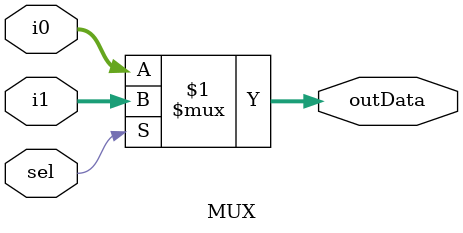
<source format=sv>
module MUX (
  input	sel,					
  input  [7:0]i1,
  input	[7:0]i0,	
  output logic[7:0] outData
);

assign outData = sel ? i1 : i0;

endmodule
</source>
